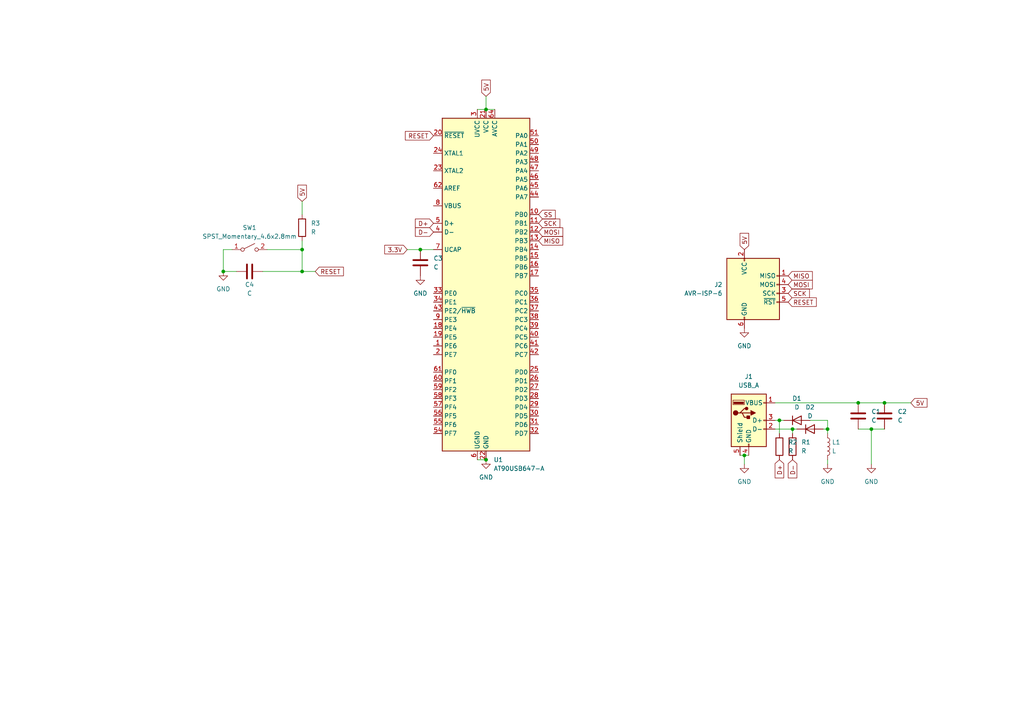
<source format=kicad_sch>
(kicad_sch (version 20230121) (generator eeschema)
  (paper "A4")
  (lib_symbols
    (symbol "Connector:AVR-ISP-6" (pin_names (offset 1.016))
      (property "Reference" "J" (at -6.35 11.43 0))
      (property "Value" "AVR-ISP-6" (at 0 11.43 0))
      (symbol "AVR-ISP-6_0_1"
        (rectangle (start -2.667 -6.858) (end -2.413 -7.62))
        (rectangle (start -2.667 10.16) (end -2.413 9.398))
        (rectangle (start 7.62 -2.413) (end 6.858 -2.667))
        (rectangle (start 7.62 0.127) (end 6.858 -0.127))
        (rectangle (start 7.62 2.667) (end 6.858 2.413))
        (rectangle (start 7.62 5.207) (end 6.858 4.953))
        (rectangle (start 7.62 10.16) (end -7.62 -7.62) (stroke (width 0.254)) (fill (type background)))
      )
      (symbol "AVR-ISP-6_1_1"
        (pin passive line (at 10.16 5.08 180) (length 2.54) (name "MISO") (number "1"))
        (pin passive line (at -2.54 12.7 270) (length 2.54) (name "VCC") (number "2"))
        (pin passive line (at 10.16 0 180) (length 2.54) (name "SCK") (number "3"))
        (pin passive line (at 10.16 2.54 180) (length 2.54) (name "MOSI") (number "4"))
        (pin passive line (at 10.16 -2.54 180) (length 2.54) (name "~{RST}") (number "5"))
        (pin passive line (at -2.54 -10.16 90) (length 2.54) (name "GND") (number "6"))
      )
    )
    (symbol "Connector:USB_A" (pin_names (offset 1.016))
      (property "Reference" "J" (at -5.08 11.43 0))
      (property "Value" "USB_A" (at -5.08 8.89 0))
      (symbol "USB_A_0_1"
        (rectangle (start -5.08 -7.62) (end 5.08 7.62) (stroke (width 0.254)) (fill (type background)))
        (circle (center -3.81 2.159) (radius 0.635) (stroke (width 0.254)) (fill (type outline)))
        (rectangle (start -1.524 4.826) (end -4.318 5.334) (fill (type outline)))
        (rectangle (start -1.27 4.572) (end -4.572 5.842))
        (circle (center -0.635 3.429) (radius 0.381) (stroke (width 0.254)) (fill (type outline)))
        (rectangle (start -0.127 -7.62) (end 0.127 -6.858))
        (polyline (pts (xy -3.175 2.159) (xy -2.54 2.159) (xy -1.27 3.429) (xy -0.635 3.429)) (stroke (width 0.254)))
        (polyline (pts (xy -2.54 2.159) (xy -1.905 2.159) (xy -1.27 0.889) (xy 0 0.889)) (stroke (width 0.254)))
        (polyline (pts (xy 0.635 2.794) (xy 0.635 1.524) (xy 1.905 2.159) (xy 0.635 2.794)) (stroke (width 0.254)) (fill (type outline)))
        (rectangle (start 0.254 1.27) (end -0.508 0.508) (stroke (width 0.254)) (fill (type outline)))
        (rectangle (start 5.08 -2.667) (end 4.318 -2.413))
        (rectangle (start 5.08 -0.127) (end 4.318 0.127))
        (rectangle (start 5.08 4.953) (end 4.318 5.207))
      )
      (symbol "USB_A_1_1"
        (polyline (pts (xy -1.905 2.159) (xy 0.635 2.159)) (stroke (width 0.254)))
        (pin power_in line (at 7.62 5.08 180) (length 2.54) (name "VBUS") (number "1"))
        (pin bidirectional line (at 7.62 -2.54 180) (length 2.54) (name "D-") (number "2"))
        (pin bidirectional line (at 7.62 0 180) (length 2.54) (name "D+") (number "3"))
        (pin power_in line (at 0 -10.16 90) (length 2.54) (name "GND") (number "4"))
        (pin passive line (at -2.54 -10.16 90) (length 2.54) (name "Shield") (number "5"))
      )
    )
    (symbol "Device:C" (pin_numbers hide) (pin_names (offset 0.254))
      (property "Reference" "C" (at 0.635 2.54 0))
      (property "Value" "C" (at 0.635 -2.54 0))
      (symbol "C_0_1"
        (polyline (pts (xy -2.032 -0.762) (xy 2.032 -0.762)) (stroke (width 0.508)))
        (polyline (pts (xy -2.032 0.762) (xy 2.032 0.762)) (stroke (width 0.508)))
      )
      (symbol "C_1_1"
        (pin passive line (at 0 3.81 270) (length 2.794) (name "~") (number "1"))
        (pin passive line (at 0 -3.81 90) (length 2.794) (name "~") (number "2"))
      )
    )
    (symbol "Device:D" (pin_numbers hide) (pin_names (offset 1.016) hide)
      (property "Reference" "D" (at 0 2.54 0))
      (property "Value" "D" (at 0 -2.54 0))
      (symbol "D_0_1"
        (polyline (pts (xy -1.27 1.27) (xy -1.27 -1.27)) (stroke (width 0.254)))
        (polyline (pts (xy 1.27 0) (xy -1.27 0)))
        (polyline (pts (xy 1.27 1.27) (xy 1.27 -1.27) (xy -1.27 0) (xy 1.27 1.27)) (stroke (width 0.254)))
      )
      (symbol "D_1_1"
        (pin passive line (at -3.81 0 0) (length 2.54) (name "K") (number "1"))
        (pin passive line (at 3.81 0 180) (length 2.54) (name "A") (number "2"))
      )
    )
    (symbol "Device:L" (pin_numbers hide) (pin_names (offset 1.016) hide)
      (property "Reference" "L" (at -1.27 0 90))
      (property "Value" "L" (at 1.905 0 90))
      (symbol "L_0_1"
        (arc (start 0 -2.54) (mid 0.6323 -1.905) (end 0 -1.27))
        (arc (start 0 -1.27) (mid 0.6323 -0.635) (end 0 0))
        (arc (start 0 0) (mid 0.6323 0.635) (end 0 1.27))
        (arc (start 0 1.27) (mid 0.6323 1.905) (end 0 2.54))
      )
      (symbol "L_1_1"
        (pin passive line (at 0 3.81 270) (length 1.27) (name "1") (number "1"))
        (pin passive line (at 0 -3.81 90) (length 1.27) (name "2") (number "2"))
      )
    )
    (symbol "Device:R" (pin_numbers hide) (pin_names (offset 0))
      (property "Reference" "R" (at 2.032 0 90))
      (property "Value" "R" (at 0 0 90))
      (symbol "R_0_1"
        (rectangle (start -1.016 -2.54) (end 1.016 2.54) (stroke (width 0.254)))
      )
      (symbol "R_1_1"
        (pin passive line (at 0 3.81 270) (length 1.27) (name "~") (number "1"))
        (pin passive line (at 0 -3.81 90) (length 1.27) (name "~") (number "2"))
      )
    )
    (symbol "MCU_Microchip_AVR:AT90USB647-A"
      (property "Reference" "U" (at -12.7 49.53 0))
      (property "Value" "AT90USB647-A" (at 2.54 -49.53 0))
      (symbol "AT90USB647-A_0_1"
        (rectangle (start -12.7 -48.26) (end 12.7 48.26) (stroke (width 0.254)) (fill (type background)))
      )
      (symbol "AT90USB647-A_1_1"
        (pin bidirectional line (at -15.24 -17.78 0) (length 2.54) (name "PE6") (number "1"))
        (pin bidirectional line (at 15.24 20.32 180) (length 2.54) (name "PB0") (number "10"))
        (pin bidirectional line (at 15.24 17.78 180) (length 2.54) (name "PB1") (number "11"))
        (pin bidirectional line (at 15.24 15.24 180) (length 2.54) (name "PB2") (number "12"))
        (pin bidirectional line (at 15.24 12.7 180) (length 2.54) (name "PB3") (number "13"))
        (pin bidirectional line (at 15.24 10.16 180) (length 2.54) (name "PB4") (number "14"))
        (pin bidirectional line (at 15.24 7.62 180) (length 2.54) (name "PB5") (number "15"))
        (pin bidirectional line (at 15.24 5.08 180) (length 2.54) (name "PB6") (number "16"))
        (pin bidirectional line (at 15.24 2.54 180) (length 2.54) (name "PB7") (number "17"))
        (pin bidirectional line (at -15.24 -12.7 0) (length 2.54) (name "PE4") (number "18"))
        (pin bidirectional line (at -15.24 -15.24 0) (length 2.54) (name "PE5") (number "19"))
        (pin bidirectional line (at -15.24 -20.32 0) (length 2.54) (name "PE7") (number "2"))
        (pin input line (at -15.24 43.18 0) (length 2.54) (name "~{RESET}") (number "20"))
        (pin power_in line (at 0 50.8 270) (length 2.54) (name "VCC") (number "21"))
        (pin power_in line (at 0 -50.8 90) (length 2.54) (name "GND") (number "22"))
        (pin output line (at -15.24 33.02 0) (length 2.54) (name "XTAL2") (number "23"))
        (pin input line (at -15.24 38.1 0) (length 2.54) (name "XTAL1") (number "24"))
        (pin bidirectional line (at 15.24 -25.4 180) (length 2.54) (name "PD0") (number "25"))
        (pin bidirectional line (at 15.24 -27.94 180) (length 2.54) (name "PD1") (number "26"))
        (pin bidirectional line (at 15.24 -30.48 180) (length 2.54) (name "PD2") (number "27"))
        (pin bidirectional line (at 15.24 -33.02 180) (length 2.54) (name "PD3") (number "28"))
        (pin bidirectional line (at 15.24 -35.56 180) (length 2.54) (name "PD4") (number "29"))
        (pin power_in line (at -2.54 50.8 270) (length 2.54) (name "UVCC") (number "3"))
        (pin bidirectional line (at 15.24 -38.1 180) (length 2.54) (name "PD5") (number "30"))
        (pin bidirectional line (at 15.24 -40.64 180) (length 2.54) (name "PD6") (number "31"))
        (pin bidirectional line (at 15.24 -43.18 180) (length 2.54) (name "PD7") (number "32"))
        (pin bidirectional line (at -15.24 -2.54 0) (length 2.54) (name "PE0") (number "33"))
        (pin bidirectional line (at -15.24 -5.08 0) (length 2.54) (name "PE1") (number "34"))
        (pin bidirectional line (at 15.24 -2.54 180) (length 2.54) (name "PC0") (number "35"))
        (pin bidirectional line (at 15.24 -5.08 180) (length 2.54) (name "PC1") (number "36"))
        (pin bidirectional line (at 15.24 -7.62 180) (length 2.54) (name "PC2") (number "37"))
        (pin bidirectional line (at 15.24 -10.16 180) (length 2.54) (name "PC3") (number "38"))
        (pin bidirectional line (at 15.24 -12.7 180) (length 2.54) (name "PC4") (number "39"))
        (pin bidirectional line (at -15.24 15.24 0) (length 2.54) (name "D-") (number "4"))
        (pin bidirectional line (at 15.24 -15.24 180) (length 2.54) (name "PC5") (number "40"))
        (pin bidirectional line (at 15.24 -17.78 180) (length 2.54) (name "PC6") (number "41"))
        (pin bidirectional line (at 15.24 -20.32 180) (length 2.54) (name "PC7") (number "42"))
        (pin bidirectional line (at -15.24 -7.62 0) (length 2.54) (name "PE2/~{HWB}") (number "43"))
        (pin bidirectional line (at 15.24 25.4 180) (length 2.54) (name "PA7") (number "44"))
        (pin bidirectional line (at 15.24 27.94 180) (length 2.54) (name "PA6") (number "45"))
        (pin bidirectional line (at 15.24 30.48 180) (length 2.54) (name "PA5") (number "46"))
        (pin bidirectional line (at 15.24 33.02 180) (length 2.54) (name "PA4") (number "47"))
        (pin bidirectional line (at 15.24 35.56 180) (length 2.54) (name "PA3") (number "48"))
        (pin bidirectional line (at 15.24 38.1 180) (length 2.54) (name "PA2") (number "49"))
        (pin bidirectional line (at -15.24 17.78 0) (length 2.54) (name "D+") (number "5"))
        (pin bidirectional line (at 15.24 40.64 180) (length 2.54) (name "PA1") (number "50"))
        (pin bidirectional line (at 15.24 43.18 180) (length 2.54) (name "PA0") (number "51"))
        (pin passive line (at 0 50.8 270) (length 2.54) hide (name "VCC") (number "52"))
        (pin passive line (at 0 -50.8 90) (length 2.54) hide (name "GND") (number "53"))
        (pin bidirectional line (at -15.24 -43.18 0) (length 2.54) (name "PF7") (number "54"))
        (pin bidirectional line (at -15.24 -40.64 0) (length 2.54) (name "PF6") (number "55"))
        (pin bidirectional line (at -15.24 -38.1 0) (length 2.54) (name "PF5") (number "56"))
        (pin bidirectional line (at -15.24 -35.56 0) (length 2.54) (name "PF4") (number "57"))
        (pin bidirectional line (at -15.24 -33.02 0) (length 2.54) (name "PF3") (number "58"))
        (pin bidirectional line (at -15.24 -30.48 0) (length 2.54) (name "PF2") (number "59"))
        (pin power_in line (at -2.54 -50.8 90) (length 2.54) (name "UGND") (number "6"))
        (pin bidirectional line (at -15.24 -27.94 0) (length 2.54) (name "PF1") (number "60"))
        (pin bidirectional line (at -15.24 -25.4 0) (length 2.54) (name "PF0") (number "61"))
        (pin passive line (at -15.24 27.94 0) (length 2.54) (name "AREF") (number "62"))
        (pin passive line (at 0 -50.8 90) (length 2.54) hide (name "GND") (number "63"))
        (pin power_in line (at 2.54 50.8 270) (length 2.54) (name "AVCC") (number "64"))
        (pin passive line (at -15.24 10.16 0) (length 2.54) (name "UCAP") (number "7"))
        (pin input line (at -15.24 22.86 0) (length 2.54) (name "VBUS") (number "8"))
        (pin bidirectional line (at -15.24 -10.16 0) (length 2.54) (name "PE3") (number "9"))
      )
    )
    (symbol "SparkFun-Switch:SPST_Momentary_4.6x2.8mm" (pin_names (offset 0) hide)
      (property "Reference" "SW" (at 0 3.175 0))
      (property "Value" "SPST_Momentary_4.6x2.8mm" (at 0 -2.54 0))
      (symbol "SPST_Momentary_4.6x2.8mm_0_0"
        (circle (center -2.032 0) (radius 0.508))
        (polyline (pts (xy -1.524 0.254) (xy 1.524 1.778)))
        (circle (center 2.032 0) (radius 0.508))
      )
      (symbol "SPST_Momentary_4.6x2.8mm_1_1"
        (pin passive line (at -5.08 0 0) (length 2.54) (name "A") (number "1"))
        (pin passive line (at 5.08 0 180) (length 2.54) (name "B") (number "2"))
      )
    )
    (symbol "power:GND" (power) (pin_names (offset 0))
      (property "Value" "GND" (at 0 -3.81 0))
      (symbol "GND_0_1"
        (polyline (pts (xy 0 0) (xy 0 -1.27) (xy 1.27 -1.27) (xy 0 -2.54) (xy -1.27 -1.27) (xy 0 -1.27)))
      )
      (symbol "GND_1_1"
        (pin power_in line (at 0 0 270) (length 0) hide (name "GND") (number "1"))
      )
    )
  )
  (junction (at 240.03 124.46))
  (junction (at 140.97 133.35))
  (junction (at 248.92 116.84))
  (junction (at 229.87 124.46))
  (junction (at 87.63 72.39))
  (junction (at 252.73 124.46))
  (junction (at 256.54 116.84))
  (junction (at 226.06 121.92))
  (junction (at 121.92 72.39))
  (junction (at 87.63 78.74))
  (junction (at 215.9 132.08))
  (junction (at 140.97 31.75))
  (junction (at 64.77 78.74))
  (wire (pts (xy 215.9 134.62) (xy 215.9 132.08)))
  (wire (pts (xy 224.79 124.46) (xy 229.87 124.46)))
  (wire (pts (xy 240.03 124.46) (xy 240.03 125.73)))
  (wire (pts (xy 234.95 121.92) (xy 240.03 121.92)))
  (wire (pts (xy 87.63 78.74) (xy 76.2 78.74)))
  (wire (pts (xy 140.97 27.94) (xy 140.97 31.75)))
  (wire (pts (xy 87.63 78.74) (xy 91.44 78.74)))
  (wire (pts (xy 87.63 69.85) (xy 87.63 72.39)))
  (wire (pts (xy 226.06 121.92) (xy 227.33 121.92)))
  (wire (pts (xy 118.11 72.39) (xy 121.92 72.39)))
  (wire (pts (xy 140.97 31.75) (xy 143.51 31.75)))
  (wire (pts (xy 240.03 121.92) (xy 240.03 124.46)))
  (wire (pts (xy 77.47 72.39) (xy 87.63 72.39)))
  (wire (pts (xy 138.43 133.35) (xy 140.97 133.35)))
  (wire (pts (xy 224.79 116.84) (xy 248.92 116.84)))
  (wire (pts (xy 252.73 134.62) (xy 252.73 124.46)))
  (wire (pts (xy 224.79 121.92) (xy 226.06 121.92)))
  (wire (pts (xy 138.43 31.75) (xy 140.97 31.75)))
  (wire (pts (xy 214.63 132.08) (xy 215.9 132.08)))
  (wire (pts (xy 229.87 124.46) (xy 231.14 124.46)))
  (wire (pts (xy 64.77 72.39) (xy 64.77 78.74)))
  (wire (pts (xy 67.31 72.39) (xy 64.77 72.39)))
  (wire (pts (xy 226.06 121.92) (xy 226.06 125.73)))
  (wire (pts (xy 240.03 133.35) (xy 240.03 134.62)))
  (wire (pts (xy 121.92 72.39) (xy 125.73 72.39)))
  (wire (pts (xy 215.9 132.08) (xy 217.17 132.08)))
  (wire (pts (xy 248.92 116.84) (xy 256.54 116.84)))
  (wire (pts (xy 256.54 116.84) (xy 264.16 116.84)))
  (wire (pts (xy 252.73 124.46) (xy 256.54 124.46)))
  (wire (pts (xy 87.63 58.42) (xy 87.63 62.23)))
  (wire (pts (xy 87.63 72.39) (xy 87.63 78.74)))
  (wire (pts (xy 248.92 124.46) (xy 252.73 124.46)))
  (wire (pts (xy 229.87 125.73) (xy 229.87 124.46)))
  (wire (pts (xy 238.76 124.46) (xy 240.03 124.46)))
  (wire (pts (xy 64.77 78.74) (xy 68.58 78.74)))
  (global_label "RESET" (shape input) (at 91.44 78.74 0) (property "Intersheetrefs" "${INTERSHEET_REFS}" (effects hide)))
  (global_label "D-" (shape input) (at 229.87 133.35 270) (property "Intersheetrefs" "${INTERSHEET_REFS}" (effects hide)))
  (global_label "5V" (shape input) (at 140.97 27.94 90) (property "Intersheetrefs" "${INTERSHEET_REFS}" (effects hide)))
  (global_label "3.3V" (shape input) (at 118.11 72.39 180) (property "Intersheetrefs" "${INTERSHEET_REFS}" (effects hide)))
  (global_label "MISO" (shape input) (at 228.6 80.01 0) (property "Intersheetrefs" "${INTERSHEET_REFS}" (effects hide)))
  (global_label "5V" (shape input) (at 264.16 116.84 0) (property "Intersheetrefs" "${INTERSHEET_REFS}" (effects hide)))
  (global_label "5V" (shape input) (at 215.9 72.39 90) (property "Intersheetrefs" "${INTERSHEET_REFS}" (effects hide)))
  (global_label "SCK" (shape input) (at 228.6 85.09 0) (property "Intersheetrefs" "${INTERSHEET_REFS}" (effects hide)))
  (global_label "RESET" (shape input) (at 125.73 39.37 180) (property "Intersheetrefs" "${INTERSHEET_REFS}" (effects hide)))
  (global_label "D+" (shape input) (at 226.06 133.35 270) (property "Intersheetrefs" "${INTERSHEET_REFS}" (effects hide)))
  (global_label "D-" (shape input) (at 125.73 67.31 180) (property "Intersheetrefs" "${INTERSHEET_REFS}" (effects hide)))
  (global_label "SS" (shape input) (at 156.21 62.23 0) (property "Intersheetrefs" "${INTERSHEET_REFS}" (effects hide)))
  (global_label "MOSI" (shape input) (at 228.6 82.55 0) (property "Intersheetrefs" "${INTERSHEET_REFS}" (effects hide)))
  (global_label "5V" (shape input) (at 87.63 58.42 90) (property "Intersheetrefs" "${INTERSHEET_REFS}" (effects hide)))
  (global_label "SCK" (shape input) (at 156.21 64.77 0) (property "Intersheetrefs" "${INTERSHEET_REFS}" (effects hide)))
  (global_label "RESET" (shape input) (at 228.6 87.63 0) (property "Intersheetrefs" "${INTERSHEET_REFS}" (effects hide)))
  (global_label "D+" (shape input) (at 125.73 64.77 180) (property "Intersheetrefs" "${INTERSHEET_REFS}" (effects hide)))
  (global_label "MISO" (shape input) (at 156.21 69.85 0) (property "Intersheetrefs" "${INTERSHEET_REFS}" (effects hide)))
  (global_label "MOSI" (shape input) (at 156.21 67.31 0) (property "Intersheetrefs" "${INTERSHEET_REFS}" (effects hide)))
  (symbol (lib_id "Device:D") (at 234.95 124.46 0) (unit 1)
    (property "Reference" "D2" (at 234.95 118.11 0))
    (property "Value" "D" (at 234.95 120.65 0))
    (property "Sim.Device" "D" (effects hide))
    (property "Sim.Pins" "1=K 2=A" (effects hide))
  )
  (symbol (lib_id "Device:C") (at 248.92 120.65 0) (unit 1)
    (property "Reference" "C1" (at 252.73 119.38 0) (effects (justify left)))
    (property "Value" "C" (at 252.73 121.92 0) (effects (justify left)))
  )
  (symbol (lib_id "Device:R") (at 226.06 129.54 0) (unit 1)
    (property "Reference" "R2" (at 228.6 128.27 0) (effects (justify left)))
    (property "Value" "R" (at 228.6 130.81 0) (effects (justify left)))
  )
  (symbol (lib_id "Connector:USB_A") (at 217.17 121.92 0) (unit 1)
    (property "Reference" "J1" (at 217.17 109.22 0))
    (property "Value" "USB_A" (at 217.17 111.76 0))
    (property "Footprint" "SparkFun-Connector:USB-A-S-FEMALE_NoSilk" (effects hide))
    (property "Datasheet" " ~" (effects hide))
  )
  (symbol (lib_id "Device:C") (at 121.92 76.2 0) (unit 1)
    (property "Reference" "C3" (at 125.73 74.93 0) (effects (justify left)))
    (property "Value" "C" (at 125.73 77.47 0) (effects (justify left)))
  )
  (symbol (lib_id "power:GND") (at 140.97 133.35 0) (unit 1)
    (property "Reference" "#PWR05" (effects hide))
    (property "Value" "GND" (at 140.97 138.43 0))
  )
  (symbol (lib_id "Device:D") (at 231.14 121.92 0) (unit 1)
    (property "Reference" "D1" (at 231.14 115.57 0))
    (property "Value" "D" (at 231.14 118.11 0))
    (property "Sim.Device" "D" (effects hide))
    (property "Sim.Pins" "1=K 2=A" (effects hide))
  )
  (symbol (lib_id "Device:C") (at 72.39 78.74 270) (unit 1)
    (property "Reference" "C4" (at 72.39 82.55 90))
    (property "Value" "C" (at 72.39 85.09 90))
  )
  (symbol (lib_id "SparkFun-Switch:SPST_Momentary_4.6x2.8mm") (at 72.39 72.39 0) (unit 1)
    (property "Reference" "SW1" (at 72.39 66.04 0))
    (property "Value" "SPST_Momentary_4.6x2.8mm" (at 72.39 68.58 0))
    (property "Footprint" "SparkFun-Switch:Momentary_SMD_4.6x2.8mm" (effects hide))
    (property "PROD_ID" "SWCH-15606" (effects hide))
  )
  (symbol (lib_id "power:GND") (at 215.9 95.25 0) (unit 1)
    (property "Reference" "#PWR06" (effects hide))
    (property "Value" "GND" (at 215.9 100.33 0))
  )
  (symbol (lib_id "power:GND") (at 121.92 80.01 0) (unit 1)
    (property "Reference" "#PWR04" (effects hide))
    (property "Value" "GND" (at 121.92 85.09 0))
  )
  (symbol (lib_id "Device:C") (at 256.54 120.65 0) (unit 1)
    (property "Reference" "C2" (at 260.35 119.38 0) (effects (justify left)))
    (property "Value" "C" (at 260.35 121.92 0) (effects (justify left)))
  )
  (symbol (lib_id "power:GND") (at 252.73 134.62 0) (unit 1)
    (property "Reference" "#PWR02" (effects hide))
    (property "Value" "GND" (at 252.73 139.7 0))
  )
  (symbol (lib_id "Connector:AVR-ISP-6") (at 218.44 85.09 0) (unit 1)
    (property "Reference" "J2" (at 209.55 82.55 0) (effects (justify right)))
    (property "Value" "AVR-ISP-6" (at 209.55 85.09 0) (effects (justify right)))
    (property "Datasheet" " ~" (effects hide))
  )
  (symbol (lib_id "MCU_Microchip_AVR:AT90USB647-A") (at 140.97 82.55 0) (unit 1)
    (property "Reference" "U1" (at 143.1641 133.35 0) (effects (justify left)))
    (property "Value" "AT90USB647-A" (at 143.1641 135.89 0) (effects (justify left)))
    (property "Footprint" "Package_QFP:TQFP-64_14x14mm_P0.8mm" (effects hide))
    (property "Datasheet" "http://ww1.microchip.com/downloads/en/DeviceDoc/doc7593.pdf" (effects hide))
  )
  (symbol (lib_id "Device:L") (at 240.03 129.54 0) (unit 1)
    (property "Reference" "L1" (at 241.3 128.27 0) (effects (justify left)))
    (property "Value" "L" (at 241.3 130.81 0) (effects (justify left)))
  )
  (symbol (lib_id "power:GND") (at 240.03 134.62 0) (unit 1)
    (property "Reference" "#PWR03" (effects hide))
    (property "Value" "GND" (at 240.03 139.7 0))
  )
  (symbol (lib_id "Device:R") (at 87.63 66.04 0) (unit 1)
    (property "Reference" "R3" (at 90.17 64.77 0) (effects (justify left)))
    (property "Value" "R" (at 90.17 67.31 0) (effects (justify left)))
  )
  (symbol (lib_id "power:GND") (at 64.77 78.74 0) (unit 1)
    (property "Reference" "#PWR07" (effects hide))
    (property "Value" "GND" (at 64.77 83.82 0))
  )
  (symbol (lib_id "power:GND") (at 215.9 134.62 0) (unit 1)
    (property "Reference" "#PWR01" (effects hide))
    (property "Value" "GND" (at 215.9 139.7 0))
  )
  (symbol (lib_id "Device:R") (at 229.87 129.54 0) (unit 1)
    (property "Reference" "R1" (at 232.41 128.27 0) (effects (justify left)))
    (property "Value" "R" (at 232.41 130.81 0) (effects (justify left)))
  )
)
</source>
